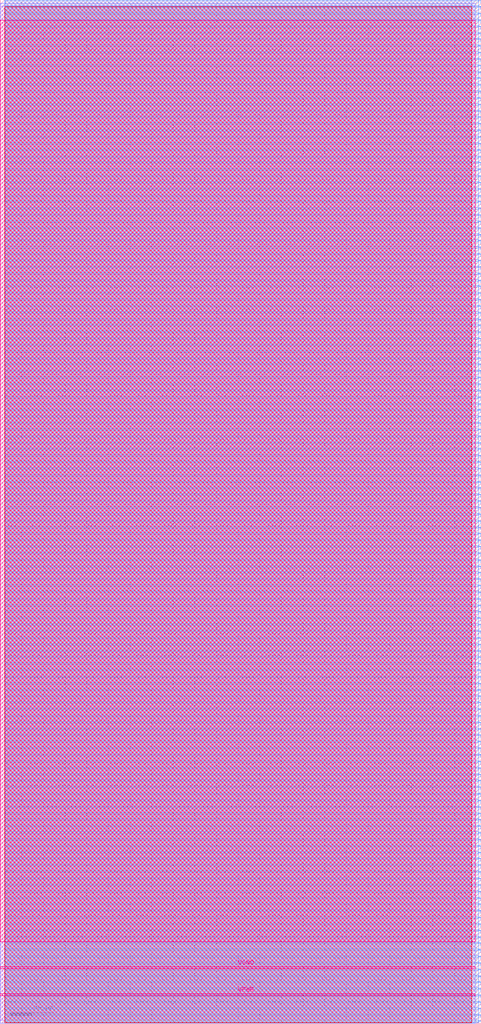
<source format=lef>
VERSION 5.7 ;
  NOWIREEXTENSIONATPIN ON ;
  DIVIDERCHAR "/" ;
  BUSBITCHARS "[]" ;
MACRO storage
  CLASS BLOCK ;
  FOREIGN storage ;
  ORIGIN 0.000 0.000 ;
  SIZE 444.670 BY 946.170 ;
  PIN mgmt_addr[0]
    DIRECTION INPUT ;
    PORT
      LAYER met3 ;
        RECT 442.270 1.730 444.670 2.330 ;
    END
  END mgmt_addr[0]
  PIN mgmt_addr[1]
    DIRECTION INPUT ;
    PORT
      LAYER met3 ;
        RECT 442.270 7.170 444.670 7.770 ;
    END
  END mgmt_addr[1]
  PIN mgmt_addr[2]
    DIRECTION INPUT ;
    PORT
      LAYER met3 ;
        RECT 442.270 13.290 444.670 13.890 ;
    END
  END mgmt_addr[2]
  PIN mgmt_addr[3]
    DIRECTION INPUT ;
    PORT
      LAYER met3 ;
        RECT 442.270 19.410 444.670 20.010 ;
    END
  END mgmt_addr[3]
  PIN mgmt_addr[4]
    DIRECTION INPUT ;
    PORT
      LAYER met3 ;
        RECT 442.270 25.530 444.670 26.130 ;
    END
  END mgmt_addr[4]
  PIN mgmt_addr[5]
    DIRECTION INPUT ;
    PORT
      LAYER met3 ;
        RECT 442.270 31.650 444.670 32.250 ;
    END
  END mgmt_addr[5]
  PIN mgmt_addr[6]
    DIRECTION INPUT ;
    PORT
      LAYER met3 ;
        RECT 442.270 37.770 444.670 38.370 ;
    END
  END mgmt_addr[6]
  PIN mgmt_addr[7]
    DIRECTION INPUT ;
    PORT
      LAYER met3 ;
        RECT 442.270 43.210 444.670 43.810 ;
    END
  END mgmt_addr[7]
  PIN mgmt_addr_ro[0]
    DIRECTION INPUT ;
    PORT
      LAYER met3 ;
        RECT 442.270 49.330 444.670 49.930 ;
    END
  END mgmt_addr_ro[0]
  PIN mgmt_addr_ro[1]
    DIRECTION INPUT ;
    PORT
      LAYER met3 ;
        RECT 442.270 55.450 444.670 56.050 ;
    END
  END mgmt_addr_ro[1]
  PIN mgmt_addr_ro[2]
    DIRECTION INPUT ;
    PORT
      LAYER met3 ;
        RECT 442.270 61.570 444.670 62.170 ;
    END
  END mgmt_addr_ro[2]
  PIN mgmt_addr_ro[3]
    DIRECTION INPUT ;
    PORT
      LAYER met3 ;
        RECT 442.270 67.690 444.670 68.290 ;
    END
  END mgmt_addr_ro[3]
  PIN mgmt_addr_ro[4]
    DIRECTION INPUT ;
    PORT
      LAYER met3 ;
        RECT 442.270 73.810 444.670 74.410 ;
    END
  END mgmt_addr_ro[4]
  PIN mgmt_addr_ro[5]
    DIRECTION INPUT ;
    PORT
      LAYER met3 ;
        RECT 442.270 79.250 444.670 79.850 ;
    END
  END mgmt_addr_ro[5]
  PIN mgmt_addr_ro[6]
    DIRECTION INPUT ;
    PORT
      LAYER met3 ;
        RECT 442.270 85.370 444.670 85.970 ;
    END
  END mgmt_addr_ro[6]
  PIN mgmt_addr_ro[7]
    DIRECTION INPUT ;
    PORT
      LAYER met3 ;
        RECT 442.270 91.490 444.670 92.090 ;
    END
  END mgmt_addr_ro[7]
  PIN mgmt_clk
    DIRECTION INPUT ;
    PORT
      LAYER met3 ;
        RECT 442.270 97.610 444.670 98.210 ;
    END
  END mgmt_clk
  PIN mgmt_ena[0]
    DIRECTION INPUT ;
    PORT
      LAYER met3 ;
        RECT 442.270 103.730 444.670 104.330 ;
    END
  END mgmt_ena[0]
  PIN mgmt_ena[1]
    DIRECTION INPUT ;
    PORT
      LAYER met3 ;
        RECT 442.270 109.850 444.670 110.450 ;
    END
  END mgmt_ena[1]
  PIN mgmt_ena_ro
    DIRECTION INPUT ;
    PORT
      LAYER met3 ;
        RECT 442.270 115.290 444.670 115.890 ;
    END
  END mgmt_ena_ro
  PIN mgmt_rdata[0]
    DIRECTION OUTPUT TRISTATE ;
    PORT
      LAYER met3 ;
        RECT 442.270 121.410 444.670 122.010 ;
    END
  END mgmt_rdata[0]
  PIN mgmt_rdata[10]
    DIRECTION OUTPUT TRISTATE ;
    PORT
      LAYER met3 ;
        RECT 442.270 181.930 444.670 182.530 ;
    END
  END mgmt_rdata[10]
  PIN mgmt_rdata[11]
    DIRECTION OUTPUT TRISTATE ;
    PORT
      LAYER met3 ;
        RECT 442.270 188.050 444.670 188.650 ;
    END
  END mgmt_rdata[11]
  PIN mgmt_rdata[12]
    DIRECTION OUTPUT TRISTATE ;
    PORT
      LAYER met3 ;
        RECT 442.270 193.490 444.670 194.090 ;
    END
  END mgmt_rdata[12]
  PIN mgmt_rdata[13]
    DIRECTION OUTPUT TRISTATE ;
    PORT
      LAYER met3 ;
        RECT 442.270 199.610 444.670 200.210 ;
    END
  END mgmt_rdata[13]
  PIN mgmt_rdata[14]
    DIRECTION OUTPUT TRISTATE ;
    PORT
      LAYER met3 ;
        RECT 442.270 205.730 444.670 206.330 ;
    END
  END mgmt_rdata[14]
  PIN mgmt_rdata[15]
    DIRECTION OUTPUT TRISTATE ;
    PORT
      LAYER met3 ;
        RECT 442.270 211.850 444.670 212.450 ;
    END
  END mgmt_rdata[15]
  PIN mgmt_rdata[16]
    DIRECTION OUTPUT TRISTATE ;
    PORT
      LAYER met3 ;
        RECT 442.270 217.970 444.670 218.570 ;
    END
  END mgmt_rdata[16]
  PIN mgmt_rdata[17]
    DIRECTION OUTPUT TRISTATE ;
    PORT
      LAYER met3 ;
        RECT 442.270 224.090 444.670 224.690 ;
    END
  END mgmt_rdata[17]
  PIN mgmt_rdata[18]
    DIRECTION OUTPUT TRISTATE ;
    PORT
      LAYER met3 ;
        RECT 442.270 229.530 444.670 230.130 ;
    END
  END mgmt_rdata[18]
  PIN mgmt_rdata[19]
    DIRECTION OUTPUT TRISTATE ;
    PORT
      LAYER met3 ;
        RECT 442.270 235.650 444.670 236.250 ;
    END
  END mgmt_rdata[19]
  PIN mgmt_rdata[1]
    DIRECTION OUTPUT TRISTATE ;
    PORT
      LAYER met3 ;
        RECT 442.270 127.530 444.670 128.130 ;
    END
  END mgmt_rdata[1]
  PIN mgmt_rdata[20]
    DIRECTION OUTPUT TRISTATE ;
    PORT
      LAYER met3 ;
        RECT 442.270 241.770 444.670 242.370 ;
    END
  END mgmt_rdata[20]
  PIN mgmt_rdata[21]
    DIRECTION OUTPUT TRISTATE ;
    PORT
      LAYER met3 ;
        RECT 442.270 247.890 444.670 248.490 ;
    END
  END mgmt_rdata[21]
  PIN mgmt_rdata[22]
    DIRECTION OUTPUT TRISTATE ;
    PORT
      LAYER met3 ;
        RECT 442.270 254.010 444.670 254.610 ;
    END
  END mgmt_rdata[22]
  PIN mgmt_rdata[23]
    DIRECTION OUTPUT TRISTATE ;
    PORT
      LAYER met3 ;
        RECT 442.270 260.130 444.670 260.730 ;
    END
  END mgmt_rdata[23]
  PIN mgmt_rdata[24]
    DIRECTION OUTPUT TRISTATE ;
    PORT
      LAYER met3 ;
        RECT 442.270 266.250 444.670 266.850 ;
    END
  END mgmt_rdata[24]
  PIN mgmt_rdata[25]
    DIRECTION OUTPUT TRISTATE ;
    PORT
      LAYER met3 ;
        RECT 442.270 271.690 444.670 272.290 ;
    END
  END mgmt_rdata[25]
  PIN mgmt_rdata[26]
    DIRECTION OUTPUT TRISTATE ;
    PORT
      LAYER met3 ;
        RECT 442.270 277.810 444.670 278.410 ;
    END
  END mgmt_rdata[26]
  PIN mgmt_rdata[27]
    DIRECTION OUTPUT TRISTATE ;
    PORT
      LAYER met3 ;
        RECT 442.270 283.930 444.670 284.530 ;
    END
  END mgmt_rdata[27]
  PIN mgmt_rdata[28]
    DIRECTION OUTPUT TRISTATE ;
    PORT
      LAYER met3 ;
        RECT 442.270 290.050 444.670 290.650 ;
    END
  END mgmt_rdata[28]
  PIN mgmt_rdata[29]
    DIRECTION OUTPUT TRISTATE ;
    PORT
      LAYER met3 ;
        RECT 442.270 296.170 444.670 296.770 ;
    END
  END mgmt_rdata[29]
  PIN mgmt_rdata[2]
    DIRECTION OUTPUT TRISTATE ;
    PORT
      LAYER met3 ;
        RECT 442.270 133.650 444.670 134.250 ;
    END
  END mgmt_rdata[2]
  PIN mgmt_rdata[30]
    DIRECTION OUTPUT TRISTATE ;
    PORT
      LAYER met3 ;
        RECT 442.270 302.290 444.670 302.890 ;
    END
  END mgmt_rdata[30]
  PIN mgmt_rdata[31]
    DIRECTION OUTPUT TRISTATE ;
    PORT
      LAYER met3 ;
        RECT 442.270 307.730 444.670 308.330 ;
    END
  END mgmt_rdata[31]
  PIN mgmt_rdata[32]
    DIRECTION OUTPUT TRISTATE ;
    PORT
      LAYER met3 ;
        RECT 442.270 313.850 444.670 314.450 ;
    END
  END mgmt_rdata[32]
  PIN mgmt_rdata[33]
    DIRECTION OUTPUT TRISTATE ;
    PORT
      LAYER met3 ;
        RECT 442.270 319.970 444.670 320.570 ;
    END
  END mgmt_rdata[33]
  PIN mgmt_rdata[34]
    DIRECTION OUTPUT TRISTATE ;
    PORT
      LAYER met3 ;
        RECT 442.270 326.090 444.670 326.690 ;
    END
  END mgmt_rdata[34]
  PIN mgmt_rdata[35]
    DIRECTION OUTPUT TRISTATE ;
    PORT
      LAYER met3 ;
        RECT 442.270 332.210 444.670 332.810 ;
    END
  END mgmt_rdata[35]
  PIN mgmt_rdata[36]
    DIRECTION OUTPUT TRISTATE ;
    PORT
      LAYER met3 ;
        RECT 442.270 338.330 444.670 338.930 ;
    END
  END mgmt_rdata[36]
  PIN mgmt_rdata[37]
    DIRECTION OUTPUT TRISTATE ;
    PORT
      LAYER met3 ;
        RECT 442.270 343.770 444.670 344.370 ;
    END
  END mgmt_rdata[37]
  PIN mgmt_rdata[38]
    DIRECTION OUTPUT TRISTATE ;
    PORT
      LAYER met3 ;
        RECT 442.270 349.890 444.670 350.490 ;
    END
  END mgmt_rdata[38]
  PIN mgmt_rdata[39]
    DIRECTION OUTPUT TRISTATE ;
    PORT
      LAYER met3 ;
        RECT 442.270 356.010 444.670 356.610 ;
    END
  END mgmt_rdata[39]
  PIN mgmt_rdata[3]
    DIRECTION OUTPUT TRISTATE ;
    PORT
      LAYER met3 ;
        RECT 442.270 139.770 444.670 140.370 ;
    END
  END mgmt_rdata[3]
  PIN mgmt_rdata[40]
    DIRECTION OUTPUT TRISTATE ;
    PORT
      LAYER met3 ;
        RECT 442.270 362.130 444.670 362.730 ;
    END
  END mgmt_rdata[40]
  PIN mgmt_rdata[41]
    DIRECTION OUTPUT TRISTATE ;
    PORT
      LAYER met3 ;
        RECT 442.270 368.250 444.670 368.850 ;
    END
  END mgmt_rdata[41]
  PIN mgmt_rdata[42]
    DIRECTION OUTPUT TRISTATE ;
    PORT
      LAYER met3 ;
        RECT 442.270 374.370 444.670 374.970 ;
    END
  END mgmt_rdata[42]
  PIN mgmt_rdata[43]
    DIRECTION OUTPUT TRISTATE ;
    PORT
      LAYER met3 ;
        RECT 442.270 380.490 444.670 381.090 ;
    END
  END mgmt_rdata[43]
  PIN mgmt_rdata[44]
    DIRECTION OUTPUT TRISTATE ;
    PORT
      LAYER met3 ;
        RECT 442.270 385.930 444.670 386.530 ;
    END
  END mgmt_rdata[44]
  PIN mgmt_rdata[45]
    DIRECTION OUTPUT TRISTATE ;
    PORT
      LAYER met3 ;
        RECT 442.270 392.050 444.670 392.650 ;
    END
  END mgmt_rdata[45]
  PIN mgmt_rdata[46]
    DIRECTION OUTPUT TRISTATE ;
    PORT
      LAYER met3 ;
        RECT 442.270 398.170 444.670 398.770 ;
    END
  END mgmt_rdata[46]
  PIN mgmt_rdata[47]
    DIRECTION OUTPUT TRISTATE ;
    PORT
      LAYER met3 ;
        RECT 442.270 404.290 444.670 404.890 ;
    END
  END mgmt_rdata[47]
  PIN mgmt_rdata[48]
    DIRECTION OUTPUT TRISTATE ;
    PORT
      LAYER met3 ;
        RECT 442.270 410.410 444.670 411.010 ;
    END
  END mgmt_rdata[48]
  PIN mgmt_rdata[49]
    DIRECTION OUTPUT TRISTATE ;
    PORT
      LAYER met3 ;
        RECT 442.270 416.530 444.670 417.130 ;
    END
  END mgmt_rdata[49]
  PIN mgmt_rdata[4]
    DIRECTION OUTPUT TRISTATE ;
    PORT
      LAYER met3 ;
        RECT 442.270 145.890 444.670 146.490 ;
    END
  END mgmt_rdata[4]
  PIN mgmt_rdata[50]
    DIRECTION OUTPUT TRISTATE ;
    PORT
      LAYER met3 ;
        RECT 442.270 421.970 444.670 422.570 ;
    END
  END mgmt_rdata[50]
  PIN mgmt_rdata[51]
    DIRECTION OUTPUT TRISTATE ;
    PORT
      LAYER met3 ;
        RECT 442.270 428.090 444.670 428.690 ;
    END
  END mgmt_rdata[51]
  PIN mgmt_rdata[52]
    DIRECTION OUTPUT TRISTATE ;
    PORT
      LAYER met3 ;
        RECT 442.270 434.210 444.670 434.810 ;
    END
  END mgmt_rdata[52]
  PIN mgmt_rdata[53]
    DIRECTION OUTPUT TRISTATE ;
    PORT
      LAYER met3 ;
        RECT 442.270 440.330 444.670 440.930 ;
    END
  END mgmt_rdata[53]
  PIN mgmt_rdata[54]
    DIRECTION OUTPUT TRISTATE ;
    PORT
      LAYER met3 ;
        RECT 442.270 446.450 444.670 447.050 ;
    END
  END mgmt_rdata[54]
  PIN mgmt_rdata[55]
    DIRECTION OUTPUT TRISTATE ;
    PORT
      LAYER met3 ;
        RECT 442.270 452.570 444.670 453.170 ;
    END
  END mgmt_rdata[55]
  PIN mgmt_rdata[56]
    DIRECTION OUTPUT TRISTATE ;
    PORT
      LAYER met3 ;
        RECT 442.270 458.010 444.670 458.610 ;
    END
  END mgmt_rdata[56]
  PIN mgmt_rdata[57]
    DIRECTION OUTPUT TRISTATE ;
    PORT
      LAYER met3 ;
        RECT 442.270 464.130 444.670 464.730 ;
    END
  END mgmt_rdata[57]
  PIN mgmt_rdata[58]
    DIRECTION OUTPUT TRISTATE ;
    PORT
      LAYER met3 ;
        RECT 442.270 470.250 444.670 470.850 ;
    END
  END mgmt_rdata[58]
  PIN mgmt_rdata[59]
    DIRECTION OUTPUT TRISTATE ;
    PORT
      LAYER met3 ;
        RECT 442.270 476.370 444.670 476.970 ;
    END
  END mgmt_rdata[59]
  PIN mgmt_rdata[5]
    DIRECTION OUTPUT TRISTATE ;
    PORT
      LAYER met3 ;
        RECT 442.270 152.010 444.670 152.610 ;
    END
  END mgmt_rdata[5]
  PIN mgmt_rdata[60]
    DIRECTION OUTPUT TRISTATE ;
    PORT
      LAYER met3 ;
        RECT 442.270 482.490 444.670 483.090 ;
    END
  END mgmt_rdata[60]
  PIN mgmt_rdata[61]
    DIRECTION OUTPUT TRISTATE ;
    PORT
      LAYER met3 ;
        RECT 442.270 488.610 444.670 489.210 ;
    END
  END mgmt_rdata[61]
  PIN mgmt_rdata[62]
    DIRECTION OUTPUT TRISTATE ;
    PORT
      LAYER met3 ;
        RECT 442.270 494.730 444.670 495.330 ;
    END
  END mgmt_rdata[62]
  PIN mgmt_rdata[63]
    DIRECTION OUTPUT TRISTATE ;
    PORT
      LAYER met3 ;
        RECT 442.270 500.170 444.670 500.770 ;
    END
  END mgmt_rdata[63]
  PIN mgmt_rdata[6]
    DIRECTION OUTPUT TRISTATE ;
    PORT
      LAYER met3 ;
        RECT 442.270 157.450 444.670 158.050 ;
    END
  END mgmt_rdata[6]
  PIN mgmt_rdata[7]
    DIRECTION OUTPUT TRISTATE ;
    PORT
      LAYER met3 ;
        RECT 442.270 163.570 444.670 164.170 ;
    END
  END mgmt_rdata[7]
  PIN mgmt_rdata[8]
    DIRECTION OUTPUT TRISTATE ;
    PORT
      LAYER met3 ;
        RECT 442.270 169.690 444.670 170.290 ;
    END
  END mgmt_rdata[8]
  PIN mgmt_rdata[9]
    DIRECTION OUTPUT TRISTATE ;
    PORT
      LAYER met3 ;
        RECT 442.270 175.810 444.670 176.410 ;
    END
  END mgmt_rdata[9]
  PIN mgmt_rdata_ro[0]
    DIRECTION OUTPUT TRISTATE ;
    PORT
      LAYER met3 ;
        RECT 442.270 506.290 444.670 506.890 ;
    END
  END mgmt_rdata_ro[0]
  PIN mgmt_rdata_ro[10]
    DIRECTION OUTPUT TRISTATE ;
    PORT
      LAYER met3 ;
        RECT 442.270 566.810 444.670 567.410 ;
    END
  END mgmt_rdata_ro[10]
  PIN mgmt_rdata_ro[11]
    DIRECTION OUTPUT TRISTATE ;
    PORT
      LAYER met3 ;
        RECT 442.270 572.250 444.670 572.850 ;
    END
  END mgmt_rdata_ro[11]
  PIN mgmt_rdata_ro[12]
    DIRECTION OUTPUT TRISTATE ;
    PORT
      LAYER met3 ;
        RECT 442.270 578.370 444.670 578.970 ;
    END
  END mgmt_rdata_ro[12]
  PIN mgmt_rdata_ro[13]
    DIRECTION OUTPUT TRISTATE ;
    PORT
      LAYER met3 ;
        RECT 442.270 584.490 444.670 585.090 ;
    END
  END mgmt_rdata_ro[13]
  PIN mgmt_rdata_ro[14]
    DIRECTION OUTPUT TRISTATE ;
    PORT
      LAYER met3 ;
        RECT 442.270 590.610 444.670 591.210 ;
    END
  END mgmt_rdata_ro[14]
  PIN mgmt_rdata_ro[15]
    DIRECTION OUTPUT TRISTATE ;
    PORT
      LAYER met3 ;
        RECT 442.270 596.730 444.670 597.330 ;
    END
  END mgmt_rdata_ro[15]
  PIN mgmt_rdata_ro[16]
    DIRECTION OUTPUT TRISTATE ;
    PORT
      LAYER met3 ;
        RECT 442.270 602.850 444.670 603.450 ;
    END
  END mgmt_rdata_ro[16]
  PIN mgmt_rdata_ro[17]
    DIRECTION OUTPUT TRISTATE ;
    PORT
      LAYER met3 ;
        RECT 442.270 608.970 444.670 609.570 ;
    END
  END mgmt_rdata_ro[17]
  PIN mgmt_rdata_ro[18]
    DIRECTION OUTPUT TRISTATE ;
    PORT
      LAYER met3 ;
        RECT 442.270 614.410 444.670 615.010 ;
    END
  END mgmt_rdata_ro[18]
  PIN mgmt_rdata_ro[19]
    DIRECTION OUTPUT TRISTATE ;
    PORT
      LAYER met3 ;
        RECT 442.270 620.530 444.670 621.130 ;
    END
  END mgmt_rdata_ro[19]
  PIN mgmt_rdata_ro[1]
    DIRECTION OUTPUT TRISTATE ;
    PORT
      LAYER met3 ;
        RECT 442.270 512.410 444.670 513.010 ;
    END
  END mgmt_rdata_ro[1]
  PIN mgmt_rdata_ro[20]
    DIRECTION OUTPUT TRISTATE ;
    PORT
      LAYER met3 ;
        RECT 442.270 626.650 444.670 627.250 ;
    END
  END mgmt_rdata_ro[20]
  PIN mgmt_rdata_ro[21]
    DIRECTION OUTPUT TRISTATE ;
    PORT
      LAYER met3 ;
        RECT 442.270 632.770 444.670 633.370 ;
    END
  END mgmt_rdata_ro[21]
  PIN mgmt_rdata_ro[22]
    DIRECTION OUTPUT TRISTATE ;
    PORT
      LAYER met3 ;
        RECT 442.270 638.890 444.670 639.490 ;
    END
  END mgmt_rdata_ro[22]
  PIN mgmt_rdata_ro[23]
    DIRECTION OUTPUT TRISTATE ;
    PORT
      LAYER met3 ;
        RECT 442.270 645.010 444.670 645.610 ;
    END
  END mgmt_rdata_ro[23]
  PIN mgmt_rdata_ro[24]
    DIRECTION OUTPUT TRISTATE ;
    PORT
      LAYER met3 ;
        RECT 442.270 650.450 444.670 651.050 ;
    END
  END mgmt_rdata_ro[24]
  PIN mgmt_rdata_ro[25]
    DIRECTION OUTPUT TRISTATE ;
    PORT
      LAYER met3 ;
        RECT 442.270 656.570 444.670 657.170 ;
    END
  END mgmt_rdata_ro[25]
  PIN mgmt_rdata_ro[26]
    DIRECTION OUTPUT TRISTATE ;
    PORT
      LAYER met3 ;
        RECT 442.270 662.690 444.670 663.290 ;
    END
  END mgmt_rdata_ro[26]
  PIN mgmt_rdata_ro[27]
    DIRECTION OUTPUT TRISTATE ;
    PORT
      LAYER met3 ;
        RECT 442.270 668.810 444.670 669.410 ;
    END
  END mgmt_rdata_ro[27]
  PIN mgmt_rdata_ro[28]
    DIRECTION OUTPUT TRISTATE ;
    PORT
      LAYER met3 ;
        RECT 442.270 674.930 444.670 675.530 ;
    END
  END mgmt_rdata_ro[28]
  PIN mgmt_rdata_ro[29]
    DIRECTION OUTPUT TRISTATE ;
    PORT
      LAYER met3 ;
        RECT 442.270 681.050 444.670 681.650 ;
    END
  END mgmt_rdata_ro[29]
  PIN mgmt_rdata_ro[2]
    DIRECTION OUTPUT TRISTATE ;
    PORT
      LAYER met3 ;
        RECT 442.270 518.530 444.670 519.130 ;
    END
  END mgmt_rdata_ro[2]
  PIN mgmt_rdata_ro[30]
    DIRECTION OUTPUT TRISTATE ;
    PORT
      LAYER met3 ;
        RECT 442.270 686.490 444.670 687.090 ;
    END
  END mgmt_rdata_ro[30]
  PIN mgmt_rdata_ro[31]
    DIRECTION OUTPUT TRISTATE ;
    PORT
      LAYER met3 ;
        RECT 442.270 692.610 444.670 693.210 ;
    END
  END mgmt_rdata_ro[31]
  PIN mgmt_rdata_ro[3]
    DIRECTION OUTPUT TRISTATE ;
    PORT
      LAYER met3 ;
        RECT 442.270 524.650 444.670 525.250 ;
    END
  END mgmt_rdata_ro[3]
  PIN mgmt_rdata_ro[4]
    DIRECTION OUTPUT TRISTATE ;
    PORT
      LAYER met3 ;
        RECT 442.270 530.770 444.670 531.370 ;
    END
  END mgmt_rdata_ro[4]
  PIN mgmt_rdata_ro[5]
    DIRECTION OUTPUT TRISTATE ;
    PORT
      LAYER met3 ;
        RECT 442.270 536.210 444.670 536.810 ;
    END
  END mgmt_rdata_ro[5]
  PIN mgmt_rdata_ro[6]
    DIRECTION OUTPUT TRISTATE ;
    PORT
      LAYER met3 ;
        RECT 442.270 542.330 444.670 542.930 ;
    END
  END mgmt_rdata_ro[6]
  PIN mgmt_rdata_ro[7]
    DIRECTION OUTPUT TRISTATE ;
    PORT
      LAYER met3 ;
        RECT 442.270 548.450 444.670 549.050 ;
    END
  END mgmt_rdata_ro[7]
  PIN mgmt_rdata_ro[8]
    DIRECTION OUTPUT TRISTATE ;
    PORT
      LAYER met3 ;
        RECT 442.270 554.570 444.670 555.170 ;
    END
  END mgmt_rdata_ro[8]
  PIN mgmt_rdata_ro[9]
    DIRECTION OUTPUT TRISTATE ;
    PORT
      LAYER met3 ;
        RECT 442.270 560.690 444.670 561.290 ;
    END
  END mgmt_rdata_ro[9]
  PIN mgmt_wdata[0]
    DIRECTION INPUT ;
    PORT
      LAYER met3 ;
        RECT 442.270 698.730 444.670 699.330 ;
    END
  END mgmt_wdata[0]
  PIN mgmt_wdata[10]
    DIRECTION INPUT ;
    PORT
      LAYER met3 ;
        RECT 442.270 759.250 444.670 759.850 ;
    END
  END mgmt_wdata[10]
  PIN mgmt_wdata[11]
    DIRECTION INPUT ;
    PORT
      LAYER met3 ;
        RECT 442.270 764.690 444.670 765.290 ;
    END
  END mgmt_wdata[11]
  PIN mgmt_wdata[12]
    DIRECTION INPUT ;
    PORT
      LAYER met3 ;
        RECT 442.270 770.810 444.670 771.410 ;
    END
  END mgmt_wdata[12]
  PIN mgmt_wdata[13]
    DIRECTION INPUT ;
    PORT
      LAYER met3 ;
        RECT 442.270 776.930 444.670 777.530 ;
    END
  END mgmt_wdata[13]
  PIN mgmt_wdata[14]
    DIRECTION INPUT ;
    PORT
      LAYER met3 ;
        RECT 442.270 783.050 444.670 783.650 ;
    END
  END mgmt_wdata[14]
  PIN mgmt_wdata[15]
    DIRECTION INPUT ;
    PORT
      LAYER met3 ;
        RECT 442.270 789.170 444.670 789.770 ;
    END
  END mgmt_wdata[15]
  PIN mgmt_wdata[16]
    DIRECTION INPUT ;
    PORT
      LAYER met3 ;
        RECT 442.270 795.290 444.670 795.890 ;
    END
  END mgmt_wdata[16]
  PIN mgmt_wdata[17]
    DIRECTION INPUT ;
    PORT
      LAYER met3 ;
        RECT 442.270 800.730 444.670 801.330 ;
    END
  END mgmt_wdata[17]
  PIN mgmt_wdata[18]
    DIRECTION INPUT ;
    PORT
      LAYER met3 ;
        RECT 442.270 806.850 444.670 807.450 ;
    END
  END mgmt_wdata[18]
  PIN mgmt_wdata[19]
    DIRECTION INPUT ;
    PORT
      LAYER met3 ;
        RECT 442.270 812.970 444.670 813.570 ;
    END
  END mgmt_wdata[19]
  PIN mgmt_wdata[1]
    DIRECTION INPUT ;
    PORT
      LAYER met3 ;
        RECT 442.270 704.850 444.670 705.450 ;
    END
  END mgmt_wdata[1]
  PIN mgmt_wdata[20]
    DIRECTION INPUT ;
    PORT
      LAYER met3 ;
        RECT 442.270 819.090 444.670 819.690 ;
    END
  END mgmt_wdata[20]
  PIN mgmt_wdata[21]
    DIRECTION INPUT ;
    PORT
      LAYER met3 ;
        RECT 442.270 825.210 444.670 825.810 ;
    END
  END mgmt_wdata[21]
  PIN mgmt_wdata[22]
    DIRECTION INPUT ;
    PORT
      LAYER met3 ;
        RECT 442.270 831.330 444.670 831.930 ;
    END
  END mgmt_wdata[22]
  PIN mgmt_wdata[23]
    DIRECTION INPUT ;
    PORT
      LAYER met3 ;
        RECT 442.270 837.450 444.670 838.050 ;
    END
  END mgmt_wdata[23]
  PIN mgmt_wdata[24]
    DIRECTION INPUT ;
    PORT
      LAYER met3 ;
        RECT 442.270 842.890 444.670 843.490 ;
    END
  END mgmt_wdata[24]
  PIN mgmt_wdata[25]
    DIRECTION INPUT ;
    PORT
      LAYER met3 ;
        RECT 442.270 849.010 444.670 849.610 ;
    END
  END mgmt_wdata[25]
  PIN mgmt_wdata[26]
    DIRECTION INPUT ;
    PORT
      LAYER met3 ;
        RECT 442.270 855.130 444.670 855.730 ;
    END
  END mgmt_wdata[26]
  PIN mgmt_wdata[27]
    DIRECTION INPUT ;
    PORT
      LAYER met3 ;
        RECT 442.270 861.250 444.670 861.850 ;
    END
  END mgmt_wdata[27]
  PIN mgmt_wdata[28]
    DIRECTION INPUT ;
    PORT
      LAYER met3 ;
        RECT 442.270 867.370 444.670 867.970 ;
    END
  END mgmt_wdata[28]
  PIN mgmt_wdata[29]
    DIRECTION INPUT ;
    PORT
      LAYER met3 ;
        RECT 442.270 873.490 444.670 874.090 ;
    END
  END mgmt_wdata[29]
  PIN mgmt_wdata[2]
    DIRECTION INPUT ;
    PORT
      LAYER met3 ;
        RECT 442.270 710.970 444.670 711.570 ;
    END
  END mgmt_wdata[2]
  PIN mgmt_wdata[30]
    DIRECTION INPUT ;
    PORT
      LAYER met3 ;
        RECT 442.270 878.930 444.670 879.530 ;
    END
  END mgmt_wdata[30]
  PIN mgmt_wdata[31]
    DIRECTION INPUT ;
    PORT
      LAYER met3 ;
        RECT 442.270 885.050 444.670 885.650 ;
    END
  END mgmt_wdata[31]
  PIN mgmt_wdata[3]
    DIRECTION INPUT ;
    PORT
      LAYER met3 ;
        RECT 442.270 717.090 444.670 717.690 ;
    END
  END mgmt_wdata[3]
  PIN mgmt_wdata[4]
    DIRECTION INPUT ;
    PORT
      LAYER met3 ;
        RECT 442.270 723.210 444.670 723.810 ;
    END
  END mgmt_wdata[4]
  PIN mgmt_wdata[5]
    DIRECTION INPUT ;
    PORT
      LAYER met3 ;
        RECT 442.270 728.650 444.670 729.250 ;
    END
  END mgmt_wdata[5]
  PIN mgmt_wdata[6]
    DIRECTION INPUT ;
    PORT
      LAYER met3 ;
        RECT 442.270 734.770 444.670 735.370 ;
    END
  END mgmt_wdata[6]
  PIN mgmt_wdata[7]
    DIRECTION INPUT ;
    PORT
      LAYER met3 ;
        RECT 442.270 740.890 444.670 741.490 ;
    END
  END mgmt_wdata[7]
  PIN mgmt_wdata[8]
    DIRECTION INPUT ;
    PORT
      LAYER met3 ;
        RECT 442.270 747.010 444.670 747.610 ;
    END
  END mgmt_wdata[8]
  PIN mgmt_wdata[9]
    DIRECTION INPUT ;
    PORT
      LAYER met3 ;
        RECT 442.270 753.130 444.670 753.730 ;
    END
  END mgmt_wdata[9]
  PIN mgmt_wen[0]
    DIRECTION INPUT ;
    PORT
      LAYER met3 ;
        RECT 442.270 891.170 444.670 891.770 ;
    END
  END mgmt_wen[0]
  PIN mgmt_wen[1]
    DIRECTION INPUT ;
    PORT
      LAYER met3 ;
        RECT 442.270 897.290 444.670 897.890 ;
    END
  END mgmt_wen[1]
  PIN mgmt_wen_mask[0]
    DIRECTION INPUT ;
    PORT
      LAYER met3 ;
        RECT 442.270 903.410 444.670 904.010 ;
    END
  END mgmt_wen_mask[0]
  PIN mgmt_wen_mask[1]
    DIRECTION INPUT ;
    PORT
      LAYER met3 ;
        RECT 442.270 909.530 444.670 910.130 ;
    END
  END mgmt_wen_mask[1]
  PIN mgmt_wen_mask[2]
    DIRECTION INPUT ;
    PORT
      LAYER met3 ;
        RECT 442.270 914.970 444.670 915.570 ;
    END
  END mgmt_wen_mask[2]
  PIN mgmt_wen_mask[3]
    DIRECTION INPUT ;
    PORT
      LAYER met3 ;
        RECT 442.270 921.090 444.670 921.690 ;
    END
  END mgmt_wen_mask[3]
  PIN mgmt_wen_mask[4]
    DIRECTION INPUT ;
    PORT
      LAYER met3 ;
        RECT 442.270 927.210 444.670 927.810 ;
    END
  END mgmt_wen_mask[4]
  PIN mgmt_wen_mask[5]
    DIRECTION INPUT ;
    PORT
      LAYER met3 ;
        RECT 442.270 933.330 444.670 933.930 ;
    END
  END mgmt_wen_mask[5]
  PIN mgmt_wen_mask[6]
    DIRECTION INPUT ;
    PORT
      LAYER met3 ;
        RECT 442.270 939.450 444.670 940.050 ;
    END
  END mgmt_wen_mask[6]
  PIN mgmt_wen_mask[7]
    DIRECTION INPUT ;
    PORT
      LAYER met3 ;
        RECT 442.270 945.570 444.670 946.170 ;
    END
  END mgmt_wen_mask[7]
  PIN VPWR
    DIRECTION INPUT ;
    USE POWER ;
    PORT
      LAYER met5 ;
        RECT 0.190 25.460 439.030 27.060 ;
    END
  END VPWR
  PIN VGND
    DIRECTION INPUT ;
    USE GROUND ;
    PORT
      LAYER met5 ;
        RECT 0.190 50.460 439.030 52.060 ;
    END
  END VGND
  OBS
      LAYER li1 ;
        RECT 0.190 2.795 439.030 940.005 ;
      LAYER met1 ;
        RECT 0.190 0.030 439.030 942.770 ;
      LAYER met2 ;
        RECT 4.450 0.000 435.930 946.055 ;
      LAYER met3 ;
        RECT 4.390 945.170 441.870 946.035 ;
        RECT 4.390 940.450 442.270 945.170 ;
        RECT 4.390 939.050 441.870 940.450 ;
        RECT 4.390 934.330 442.270 939.050 ;
        RECT 4.390 932.930 441.870 934.330 ;
        RECT 4.390 928.210 442.270 932.930 ;
        RECT 4.390 926.810 441.870 928.210 ;
        RECT 4.390 922.090 442.270 926.810 ;
        RECT 4.390 920.690 441.870 922.090 ;
        RECT 4.390 915.970 442.270 920.690 ;
        RECT 4.390 914.570 441.870 915.970 ;
        RECT 4.390 910.530 442.270 914.570 ;
        RECT 4.390 909.130 441.870 910.530 ;
        RECT 4.390 904.410 442.270 909.130 ;
        RECT 4.390 903.010 441.870 904.410 ;
        RECT 4.390 898.290 442.270 903.010 ;
        RECT 4.390 896.890 441.870 898.290 ;
        RECT 4.390 892.170 442.270 896.890 ;
        RECT 4.390 890.770 441.870 892.170 ;
        RECT 4.390 886.050 442.270 890.770 ;
        RECT 4.390 884.650 441.870 886.050 ;
        RECT 4.390 879.930 442.270 884.650 ;
        RECT 4.390 878.530 441.870 879.930 ;
        RECT 4.390 874.490 442.270 878.530 ;
        RECT 4.390 873.090 441.870 874.490 ;
        RECT 4.390 868.370 442.270 873.090 ;
        RECT 4.390 866.970 441.870 868.370 ;
        RECT 4.390 862.250 442.270 866.970 ;
        RECT 4.390 860.850 441.870 862.250 ;
        RECT 4.390 856.130 442.270 860.850 ;
        RECT 4.390 854.730 441.870 856.130 ;
        RECT 4.390 850.010 442.270 854.730 ;
        RECT 4.390 848.610 441.870 850.010 ;
        RECT 4.390 843.890 442.270 848.610 ;
        RECT 4.390 842.490 441.870 843.890 ;
        RECT 4.390 838.450 442.270 842.490 ;
        RECT 4.390 837.050 441.870 838.450 ;
        RECT 4.390 832.330 442.270 837.050 ;
        RECT 4.390 830.930 441.870 832.330 ;
        RECT 4.390 826.210 442.270 830.930 ;
        RECT 4.390 824.810 441.870 826.210 ;
        RECT 4.390 820.090 442.270 824.810 ;
        RECT 4.390 818.690 441.870 820.090 ;
        RECT 4.390 813.970 442.270 818.690 ;
        RECT 4.390 812.570 441.870 813.970 ;
        RECT 4.390 807.850 442.270 812.570 ;
        RECT 4.390 806.450 441.870 807.850 ;
        RECT 4.390 801.730 442.270 806.450 ;
        RECT 4.390 800.330 441.870 801.730 ;
        RECT 4.390 796.290 442.270 800.330 ;
        RECT 4.390 794.890 441.870 796.290 ;
        RECT 4.390 790.170 442.270 794.890 ;
        RECT 4.390 788.770 441.870 790.170 ;
        RECT 4.390 784.050 442.270 788.770 ;
        RECT 4.390 782.650 441.870 784.050 ;
        RECT 4.390 777.930 442.270 782.650 ;
        RECT 4.390 776.530 441.870 777.930 ;
        RECT 4.390 771.810 442.270 776.530 ;
        RECT 4.390 770.410 441.870 771.810 ;
        RECT 4.390 765.690 442.270 770.410 ;
        RECT 4.390 764.290 441.870 765.690 ;
        RECT 4.390 760.250 442.270 764.290 ;
        RECT 4.390 758.850 441.870 760.250 ;
        RECT 4.390 754.130 442.270 758.850 ;
        RECT 4.390 752.730 441.870 754.130 ;
        RECT 4.390 748.010 442.270 752.730 ;
        RECT 4.390 746.610 441.870 748.010 ;
        RECT 4.390 741.890 442.270 746.610 ;
        RECT 4.390 740.490 441.870 741.890 ;
        RECT 4.390 735.770 442.270 740.490 ;
        RECT 4.390 734.370 441.870 735.770 ;
        RECT 4.390 729.650 442.270 734.370 ;
        RECT 4.390 728.250 441.870 729.650 ;
        RECT 4.390 724.210 442.270 728.250 ;
        RECT 4.390 722.810 441.870 724.210 ;
        RECT 4.390 718.090 442.270 722.810 ;
        RECT 4.390 716.690 441.870 718.090 ;
        RECT 4.390 711.970 442.270 716.690 ;
        RECT 4.390 710.570 441.870 711.970 ;
        RECT 4.390 705.850 442.270 710.570 ;
        RECT 4.390 704.450 441.870 705.850 ;
        RECT 4.390 699.730 442.270 704.450 ;
        RECT 4.390 698.330 441.870 699.730 ;
        RECT 4.390 693.610 442.270 698.330 ;
        RECT 4.390 692.210 441.870 693.610 ;
        RECT 4.390 687.490 442.270 692.210 ;
        RECT 4.390 686.090 441.870 687.490 ;
        RECT 4.390 682.050 442.270 686.090 ;
        RECT 4.390 680.650 441.870 682.050 ;
        RECT 4.390 675.930 442.270 680.650 ;
        RECT 4.390 674.530 441.870 675.930 ;
        RECT 4.390 669.810 442.270 674.530 ;
        RECT 4.390 668.410 441.870 669.810 ;
        RECT 4.390 663.690 442.270 668.410 ;
        RECT 4.390 662.290 441.870 663.690 ;
        RECT 4.390 657.570 442.270 662.290 ;
        RECT 4.390 656.170 441.870 657.570 ;
        RECT 4.390 651.450 442.270 656.170 ;
        RECT 4.390 650.050 441.870 651.450 ;
        RECT 4.390 646.010 442.270 650.050 ;
        RECT 4.390 644.610 441.870 646.010 ;
        RECT 4.390 639.890 442.270 644.610 ;
        RECT 4.390 638.490 441.870 639.890 ;
        RECT 4.390 633.770 442.270 638.490 ;
        RECT 4.390 632.370 441.870 633.770 ;
        RECT 4.390 627.650 442.270 632.370 ;
        RECT 4.390 626.250 441.870 627.650 ;
        RECT 4.390 621.530 442.270 626.250 ;
        RECT 4.390 620.130 441.870 621.530 ;
        RECT 4.390 615.410 442.270 620.130 ;
        RECT 4.390 614.010 441.870 615.410 ;
        RECT 4.390 609.970 442.270 614.010 ;
        RECT 4.390 608.570 441.870 609.970 ;
        RECT 4.390 603.850 442.270 608.570 ;
        RECT 4.390 602.450 441.870 603.850 ;
        RECT 4.390 597.730 442.270 602.450 ;
        RECT 4.390 596.330 441.870 597.730 ;
        RECT 4.390 591.610 442.270 596.330 ;
        RECT 4.390 590.210 441.870 591.610 ;
        RECT 4.390 585.490 442.270 590.210 ;
        RECT 4.390 584.090 441.870 585.490 ;
        RECT 4.390 579.370 442.270 584.090 ;
        RECT 4.390 577.970 441.870 579.370 ;
        RECT 4.390 573.250 442.270 577.970 ;
        RECT 4.390 571.850 441.870 573.250 ;
        RECT 4.390 567.810 442.270 571.850 ;
        RECT 4.390 566.410 441.870 567.810 ;
        RECT 4.390 561.690 442.270 566.410 ;
        RECT 4.390 560.290 441.870 561.690 ;
        RECT 4.390 555.570 442.270 560.290 ;
        RECT 4.390 554.170 441.870 555.570 ;
        RECT 4.390 549.450 442.270 554.170 ;
        RECT 4.390 548.050 441.870 549.450 ;
        RECT 4.390 543.330 442.270 548.050 ;
        RECT 4.390 541.930 441.870 543.330 ;
        RECT 4.390 537.210 442.270 541.930 ;
        RECT 4.390 535.810 441.870 537.210 ;
        RECT 4.390 531.770 442.270 535.810 ;
        RECT 4.390 530.370 441.870 531.770 ;
        RECT 4.390 525.650 442.270 530.370 ;
        RECT 4.390 524.250 441.870 525.650 ;
        RECT 4.390 519.530 442.270 524.250 ;
        RECT 4.390 518.130 441.870 519.530 ;
        RECT 4.390 513.410 442.270 518.130 ;
        RECT 4.390 512.010 441.870 513.410 ;
        RECT 4.390 507.290 442.270 512.010 ;
        RECT 4.390 505.890 441.870 507.290 ;
        RECT 4.390 501.170 442.270 505.890 ;
        RECT 4.390 499.770 441.870 501.170 ;
        RECT 4.390 495.730 442.270 499.770 ;
        RECT 4.390 494.330 441.870 495.730 ;
        RECT 4.390 489.610 442.270 494.330 ;
        RECT 4.390 488.210 441.870 489.610 ;
        RECT 4.390 483.490 442.270 488.210 ;
        RECT 4.390 482.090 441.870 483.490 ;
        RECT 4.390 477.370 442.270 482.090 ;
        RECT 4.390 475.970 441.870 477.370 ;
        RECT 4.390 471.250 442.270 475.970 ;
        RECT 4.390 469.850 441.870 471.250 ;
        RECT 4.390 465.130 442.270 469.850 ;
        RECT 4.390 463.730 441.870 465.130 ;
        RECT 4.390 459.010 442.270 463.730 ;
        RECT 4.390 457.610 441.870 459.010 ;
        RECT 4.390 453.570 442.270 457.610 ;
        RECT 4.390 452.170 441.870 453.570 ;
        RECT 4.390 447.450 442.270 452.170 ;
        RECT 4.390 446.050 441.870 447.450 ;
        RECT 4.390 441.330 442.270 446.050 ;
        RECT 4.390 439.930 441.870 441.330 ;
        RECT 4.390 435.210 442.270 439.930 ;
        RECT 4.390 433.810 441.870 435.210 ;
        RECT 4.390 429.090 442.270 433.810 ;
        RECT 4.390 427.690 441.870 429.090 ;
        RECT 4.390 422.970 442.270 427.690 ;
        RECT 4.390 421.570 441.870 422.970 ;
        RECT 4.390 417.530 442.270 421.570 ;
        RECT 4.390 416.130 441.870 417.530 ;
        RECT 4.390 411.410 442.270 416.130 ;
        RECT 4.390 410.010 441.870 411.410 ;
        RECT 4.390 405.290 442.270 410.010 ;
        RECT 4.390 403.890 441.870 405.290 ;
        RECT 4.390 399.170 442.270 403.890 ;
        RECT 4.390 397.770 441.870 399.170 ;
        RECT 4.390 393.050 442.270 397.770 ;
        RECT 4.390 391.650 441.870 393.050 ;
        RECT 4.390 386.930 442.270 391.650 ;
        RECT 4.390 385.530 441.870 386.930 ;
        RECT 4.390 381.490 442.270 385.530 ;
        RECT 4.390 380.090 441.870 381.490 ;
        RECT 4.390 375.370 442.270 380.090 ;
        RECT 4.390 373.970 441.870 375.370 ;
        RECT 4.390 369.250 442.270 373.970 ;
        RECT 4.390 367.850 441.870 369.250 ;
        RECT 4.390 363.130 442.270 367.850 ;
        RECT 4.390 361.730 441.870 363.130 ;
        RECT 4.390 357.010 442.270 361.730 ;
        RECT 4.390 355.610 441.870 357.010 ;
        RECT 4.390 350.890 442.270 355.610 ;
        RECT 4.390 349.490 441.870 350.890 ;
        RECT 4.390 344.770 442.270 349.490 ;
        RECT 4.390 343.370 441.870 344.770 ;
        RECT 4.390 339.330 442.270 343.370 ;
        RECT 4.390 337.930 441.870 339.330 ;
        RECT 4.390 333.210 442.270 337.930 ;
        RECT 4.390 331.810 441.870 333.210 ;
        RECT 4.390 327.090 442.270 331.810 ;
        RECT 4.390 325.690 441.870 327.090 ;
        RECT 4.390 320.970 442.270 325.690 ;
        RECT 4.390 319.570 441.870 320.970 ;
        RECT 4.390 314.850 442.270 319.570 ;
        RECT 4.390 313.450 441.870 314.850 ;
        RECT 4.390 308.730 442.270 313.450 ;
        RECT 4.390 307.330 441.870 308.730 ;
        RECT 4.390 303.290 442.270 307.330 ;
        RECT 4.390 301.890 441.870 303.290 ;
        RECT 4.390 297.170 442.270 301.890 ;
        RECT 4.390 295.770 441.870 297.170 ;
        RECT 4.390 291.050 442.270 295.770 ;
        RECT 4.390 289.650 441.870 291.050 ;
        RECT 4.390 284.930 442.270 289.650 ;
        RECT 4.390 283.530 441.870 284.930 ;
        RECT 4.390 278.810 442.270 283.530 ;
        RECT 4.390 277.410 441.870 278.810 ;
        RECT 4.390 272.690 442.270 277.410 ;
        RECT 4.390 271.290 441.870 272.690 ;
        RECT 4.390 267.250 442.270 271.290 ;
        RECT 4.390 265.850 441.870 267.250 ;
        RECT 4.390 261.130 442.270 265.850 ;
        RECT 4.390 259.730 441.870 261.130 ;
        RECT 4.390 255.010 442.270 259.730 ;
        RECT 4.390 253.610 441.870 255.010 ;
        RECT 4.390 248.890 442.270 253.610 ;
        RECT 4.390 247.490 441.870 248.890 ;
        RECT 4.390 242.770 442.270 247.490 ;
        RECT 4.390 241.370 441.870 242.770 ;
        RECT 4.390 236.650 442.270 241.370 ;
        RECT 4.390 235.250 441.870 236.650 ;
        RECT 4.390 230.530 442.270 235.250 ;
        RECT 4.390 229.130 441.870 230.530 ;
        RECT 4.390 225.090 442.270 229.130 ;
        RECT 4.390 223.690 441.870 225.090 ;
        RECT 4.390 218.970 442.270 223.690 ;
        RECT 4.390 217.570 441.870 218.970 ;
        RECT 4.390 212.850 442.270 217.570 ;
        RECT 4.390 211.450 441.870 212.850 ;
        RECT 4.390 206.730 442.270 211.450 ;
        RECT 4.390 205.330 441.870 206.730 ;
        RECT 4.390 200.610 442.270 205.330 ;
        RECT 4.390 199.210 441.870 200.610 ;
        RECT 4.390 194.490 442.270 199.210 ;
        RECT 4.390 193.090 441.870 194.490 ;
        RECT 4.390 189.050 442.270 193.090 ;
        RECT 4.390 187.650 441.870 189.050 ;
        RECT 4.390 182.930 442.270 187.650 ;
        RECT 4.390 181.530 441.870 182.930 ;
        RECT 4.390 176.810 442.270 181.530 ;
        RECT 4.390 175.410 441.870 176.810 ;
        RECT 4.390 170.690 442.270 175.410 ;
        RECT 4.390 169.290 441.870 170.690 ;
        RECT 4.390 164.570 442.270 169.290 ;
        RECT 4.390 163.170 441.870 164.570 ;
        RECT 4.390 158.450 442.270 163.170 ;
        RECT 4.390 157.050 441.870 158.450 ;
        RECT 4.390 153.010 442.270 157.050 ;
        RECT 4.390 151.610 441.870 153.010 ;
        RECT 4.390 146.890 442.270 151.610 ;
        RECT 4.390 145.490 441.870 146.890 ;
        RECT 4.390 140.770 442.270 145.490 ;
        RECT 4.390 139.370 441.870 140.770 ;
        RECT 4.390 134.650 442.270 139.370 ;
        RECT 4.390 133.250 441.870 134.650 ;
        RECT 4.390 128.530 442.270 133.250 ;
        RECT 4.390 127.130 441.870 128.530 ;
        RECT 4.390 122.410 442.270 127.130 ;
        RECT 4.390 121.010 441.870 122.410 ;
        RECT 4.390 116.290 442.270 121.010 ;
        RECT 4.390 114.890 441.870 116.290 ;
        RECT 4.390 110.850 442.270 114.890 ;
        RECT 4.390 109.450 441.870 110.850 ;
        RECT 4.390 104.730 442.270 109.450 ;
        RECT 4.390 103.330 441.870 104.730 ;
        RECT 4.390 98.610 442.270 103.330 ;
        RECT 4.390 97.210 441.870 98.610 ;
        RECT 4.390 92.490 442.270 97.210 ;
        RECT 4.390 91.090 441.870 92.490 ;
        RECT 4.390 86.370 442.270 91.090 ;
        RECT 4.390 84.970 441.870 86.370 ;
        RECT 4.390 80.250 442.270 84.970 ;
        RECT 4.390 78.850 441.870 80.250 ;
        RECT 4.390 74.810 442.270 78.850 ;
        RECT 4.390 73.410 441.870 74.810 ;
        RECT 4.390 68.690 442.270 73.410 ;
        RECT 4.390 67.290 441.870 68.690 ;
        RECT 4.390 62.570 442.270 67.290 ;
        RECT 4.390 61.170 441.870 62.570 ;
        RECT 4.390 56.450 442.270 61.170 ;
        RECT 4.390 55.050 441.870 56.450 ;
        RECT 4.390 50.330 442.270 55.050 ;
        RECT 4.390 48.930 441.870 50.330 ;
        RECT 4.390 44.210 442.270 48.930 ;
        RECT 4.390 42.810 441.870 44.210 ;
        RECT 4.390 38.770 442.270 42.810 ;
        RECT 4.390 37.370 441.870 38.770 ;
        RECT 4.390 32.650 442.270 37.370 ;
        RECT 4.390 31.250 441.870 32.650 ;
        RECT 4.390 26.530 442.270 31.250 ;
        RECT 4.390 25.130 441.870 26.530 ;
        RECT 4.390 20.410 442.270 25.130 ;
        RECT 4.390 19.010 441.870 20.410 ;
        RECT 4.390 14.290 442.270 19.010 ;
        RECT 4.390 12.890 441.870 14.290 ;
        RECT 4.390 8.170 442.270 12.890 ;
        RECT 4.390 6.770 441.870 8.170 ;
        RECT 4.390 2.730 442.270 6.770 ;
        RECT 4.390 1.330 441.870 2.730 ;
        RECT 4.390 0.505 442.270 1.330 ;
      LAYER met4 ;
        RECT 4.390 0.505 435.990 939.915 ;
      LAYER met5 ;
        RECT 0.190 75.460 439.030 927.060 ;
  END
END storage
END LIBRARY


</source>
